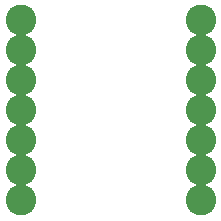
<source format=gbr>
%FSLAX34Y34*%
%MOMM*%
%LNSOLDERMASK_BOTTOM*%
G71*
G01*
%ADD10C, 2.60*%
%LPD*%
X38100Y965200D02*
G54D10*
D03*
X38100Y939800D02*
G54D10*
D03*
X38100Y914400D02*
G54D10*
D03*
X38100Y889000D02*
G54D10*
D03*
X38100Y863600D02*
G54D10*
D03*
X38100Y838200D02*
G54D10*
D03*
X38100Y812800D02*
G54D10*
D03*
X190500Y812800D02*
G54D10*
D03*
X190500Y838200D02*
G54D10*
D03*
X190500Y863600D02*
G54D10*
D03*
X190500Y889000D02*
G54D10*
D03*
X190500Y914400D02*
G54D10*
D03*
X190500Y939800D02*
G54D10*
D03*
X190500Y965200D02*
G54D10*
D03*
X190500Y965200D02*
G54D10*
D03*
M02*

</source>
